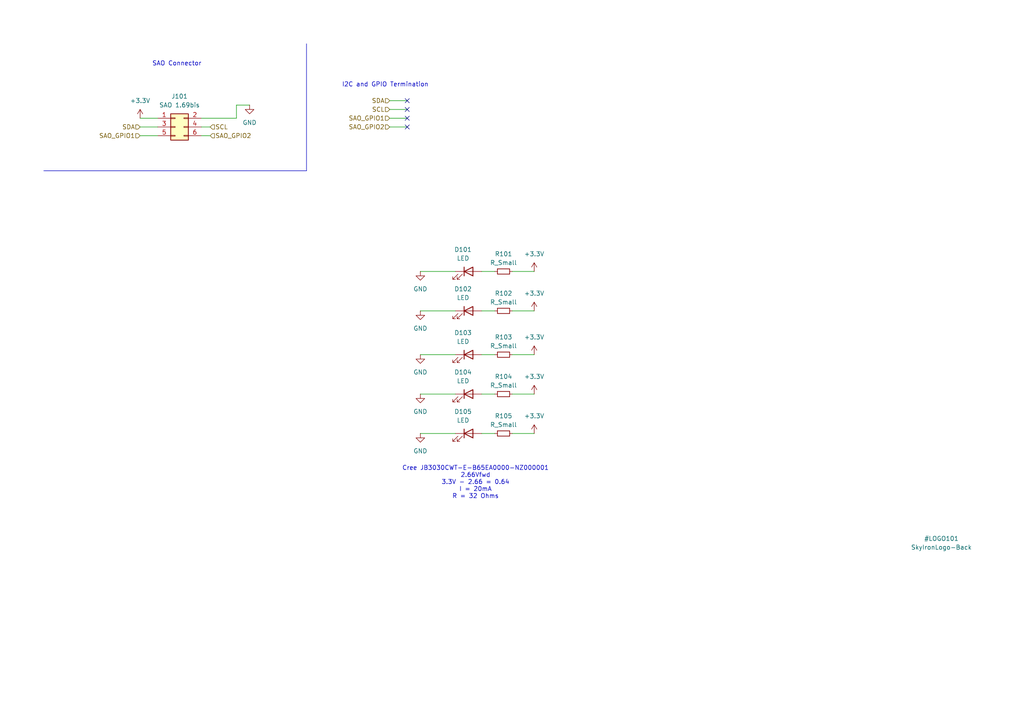
<source format=kicad_sch>
(kicad_sch (version 20231120) (generator "eeschema") (generator_version "8.0")
  (paper "A4")
  (title_block (title "Eclipse SAO") (date "2024-10-17") (rev "1") (company "AB4EN - Sky Iron Studio") (comment 1 "2024 Hackaday Supercon SAO"))
  (lib_symbols
    (symbol "BVH_Logos:SkyIronLogo-Back"
      (property "Reference" "#LOGO" (at 0 -2.54 0))
      (property "Value" "SkyIronLogo-Back" (at 0 0 0))
    )
    (symbol "Connector_Generic:Conn_02x03_Odd_Even" (pin_names (offset 1.016) hide)
      (property "Reference" "J" (at 1.27 5.08 0))
      (property "Value" "Conn_02x03_Odd_Even" (at 1.27 -5.08 0))
      (symbol "Conn_02x03_Odd_Even_1_1"
        (rectangle (start -1.27 -2.413) (end 0 -2.667) (stroke (width 0.1524)))
        (rectangle (start -1.27 0.127) (end 0 -0.127) (stroke (width 0.1524)))
        (rectangle (start -1.27 2.667) (end 0 2.413) (stroke (width 0.1524)))
        (rectangle (start -1.27 3.81) (end 3.81 -3.81) (stroke (width 0.254)) (fill (type background)))
        (rectangle (start 3.81 -2.413) (end 2.54 -2.667) (stroke (width 0.1524)))
        (rectangle (start 3.81 0.127) (end 2.54 -0.127) (stroke (width 0.1524)))
        (rectangle (start 3.81 2.667) (end 2.54 2.413) (stroke (width 0.1524)))
        (pin passive line (at -5.08 2.54 0) (length 3.81) (name "Pin_1") (number "1"))
        (pin passive line (at 7.62 2.54 180) (length 3.81) (name "Pin_2") (number "2"))
        (pin passive line (at -5.08 0 0) (length 3.81) (name "Pin_3") (number "3"))
        (pin passive line (at 7.62 0 180) (length 3.81) (name "Pin_4") (number "4"))
        (pin passive line (at -5.08 -2.54 0) (length 3.81) (name "Pin_5") (number "5"))
        (pin passive line (at 7.62 -2.54 180) (length 3.81) (name "Pin_6") (number "6"))
      )
    )
    (symbol "Device:LED" (pin_numbers hide) (pin_names (offset 1.016) hide)
      (property "Reference" "D" (at 0 2.54 0))
      (property "Value" "LED" (at 0 -2.54 0))
      (symbol "LED_0_1"
        (polyline (pts (xy -1.27 -1.27) (xy -1.27 1.27)) (stroke (width 0.254)))
        (polyline (pts (xy -1.27 0) (xy 1.27 0)))
        (polyline (pts (xy 1.27 -1.27) (xy 1.27 1.27) (xy -1.27 0) (xy 1.27 -1.27)) (stroke (width 0.254)))
        (polyline (pts (xy -3.048 -0.762) (xy -4.572 -2.286) (xy -3.81 -2.286) (xy -4.572 -2.286) (xy -4.572 -1.524)))
        (polyline (pts (xy -1.778 -0.762) (xy -3.302 -2.286) (xy -2.54 -2.286) (xy -3.302 -2.286) (xy -3.302 -1.524)))
      )
      (symbol "LED_1_1"
        (pin passive line (at -3.81 0 0) (length 2.54) (name "K") (number "1"))
        (pin passive line (at 3.81 0 180) (length 2.54) (name "A") (number "2"))
      )
    )
    (symbol "Device:R_Small" (pin_numbers hide) (pin_names (offset 0.254) hide)
      (property "Reference" "R" (at 0.762 0.508 0))
      (property "Value" "R_Small" (at 0.762 -1.016 0))
      (symbol "R_Small_0_1"
        (rectangle (start -0.762 1.778) (end 0.762 -1.778) (stroke (width 0.2032)))
      )
      (symbol "R_Small_1_1"
        (pin passive line (at 0 2.54 270) (length 0.762) (name "~") (number "1"))
        (pin passive line (at 0 -2.54 90) (length 0.762) (name "~") (number "2"))
      )
    )
    (symbol "power:+3.3V" (power) (pin_numbers hide) (pin_names (offset 0) hide)
      (property "Value" "+3.3V" (at 0 3.556 0))
      (symbol "+3.3V_0_1"
        (polyline (pts (xy -0.762 1.27) (xy 0 2.54)))
        (polyline (pts (xy 0 0) (xy 0 2.54)))
        (polyline (pts (xy 0 2.54) (xy 0.762 1.27)))
      )
      (symbol "+3.3V_1_1"
        (pin power_in line (at 0 0 90) (length 0) (name "~") (number "1"))
      )
    )
    (symbol "power:GND" (power) (pin_numbers hide) (pin_names (offset 0) hide)
      (property "Value" "GND" (at 0 -3.81 0))
      (symbol "GND_0_1"
        (polyline (pts (xy 0 0) (xy 0 -1.27) (xy 1.27 -1.27) (xy 0 -2.54) (xy -1.27 -1.27) (xy 0 -1.27)))
      )
      (symbol "GND_1_1"
        (pin power_in line (at 0 0 270) (length 0) (name "~") (number "1"))
      )
    )
  )
  (no_connect (at 118.11 29.21))
  (no_connect (at 118.11 31.75))
  (no_connect (at 118.11 36.83))
  (no_connect (at 118.11 34.29))
  (wire (pts (xy 121.92 90.17) (xy 132.08 90.17)))
  (wire (pts (xy 148.59 125.73) (xy 154.94 125.73)))
  (wire (pts (xy 58.42 36.83) (xy 60.96 36.83)))
  (wire (pts (xy 139.7 90.17) (xy 143.51 90.17)))
  (wire (pts (xy 121.92 102.87) (xy 132.08 102.87)))
  (wire (pts (xy 148.59 78.74) (xy 154.94 78.74)))
  (wire (pts (xy 121.92 78.74) (xy 132.08 78.74)))
  (wire (pts (xy 113.03 31.75) (xy 118.11 31.75)))
  (wire (pts (xy 139.7 102.87) (xy 143.51 102.87)))
  (polyline (pts (xy 12.7 49.53) (xy 88.9 49.53)))
  (wire (pts (xy 148.59 90.17) (xy 154.94 90.17)))
  (wire (pts (xy 148.59 102.87) (xy 154.94 102.87)))
  (wire (pts (xy 40.64 34.29) (xy 45.72 34.29)))
  (wire (pts (xy 139.7 125.73) (xy 143.51 125.73)))
  (wire (pts (xy 139.7 114.3) (xy 143.51 114.3)))
  (wire (pts (xy 40.64 36.83) (xy 45.72 36.83)))
  (wire (pts (xy 121.92 125.73) (xy 132.08 125.73)))
  (wire (pts (xy 68.58 30.48) (xy 72.39 30.48)))
  (wire (pts (xy 121.92 114.3) (xy 132.08 114.3)))
  (wire (pts (xy 148.59 114.3) (xy 154.94 114.3)))
  (wire (pts (xy 68.58 34.29) (xy 58.42 34.29)))
  (wire (pts (xy 113.03 36.83) (xy 118.11 36.83)))
  (wire (pts (xy 58.42 39.37) (xy 60.96 39.37)))
  (wire (pts (xy 139.7 78.74) (xy 143.51 78.74)))
  (wire (pts (xy 113.03 29.21) (xy 118.11 29.21)))
  (wire (pts (xy 40.64 39.37) (xy 45.72 39.37)))
  (wire (pts (xy 113.03 34.29) (xy 118.11 34.29)))
  (polyline (pts (xy 88.9 12.7) (xy 88.9 49.53)))
  (wire (pts (xy 68.58 30.48) (xy 68.58 34.29)))
  (text "SAO Connector" (at 51.308 18.542 0) (effects (font (size 1.27 1.27))))
  (text "I2C and GPIO Termination" (at 111.76 24.638 0) (effects (font (size 1.27 1.27))))
  (text "Cree JB3030CWT-E-B65EA0000-NZ000001\n2.66Vfwd\n3.3V - 2.66 = 0.64\nI = 20mA\nR = 32 Ohms" (at 137.922 139.954 0) (effects (font (size 1.27 1.27))))
  (hierarchical_label "SDA" (shape input) (at 40.64 36.83 180))
  (hierarchical_label "SAO_GPIO2" (shape input) (at 60.96 39.37 0))
  (hierarchical_label "SAO_GPIO1" (shape input) (at 40.64 39.37 180))
  (hierarchical_label "SCL" (shape input) (at 60.96 36.83 0))
  (hierarchical_label "SDA" (shape input) (at 113.03 29.21 180))
  (hierarchical_label "SAO_GPIO2" (shape input) (at 113.03 36.83 180))
  (hierarchical_label "SCL" (shape input) (at 113.03 31.75 180))
  (hierarchical_label "SAO_GPIO1" (shape input) (at 113.03 34.29 180))
  (symbol (lib_id "Device:R_Small") (at 146.05 125.73 270) (unit 1)
    (property "Reference" "R105" (at 146.05 120.65 90))
    (property "Value" "R_Small" (at 146.05 123.19 90))
    (property "Footprint" "Resistor_SMD:R_0805_2012Metric" (effects (hide yes)))
    (property "Description" "Resistor, small symbol" (effects (hide yes)))
  )
  (symbol (lib_id "power:+3.3V") (at 40.64 34.29 0) (unit 1)
    (property "Reference" "#PWR0102" (effects (hide yes)))
    (property "Value" "+3.3V" (at 40.64 29.21 0))
    (property "Description" "Power symbol creates a global label with name \"+3.3V\"" (effects (hide yes)))
  )
  (symbol (lib_id "power:GND") (at 121.92 78.74 0) (unit 1)
    (property "Reference" "#PWR0103" (effects (hide yes)))
    (property "Value" "GND" (at 121.92 83.82 0))
    (property "Description" "Power symbol creates a global label with name \"GND\" , ground" (effects (hide yes)))
  )
  (symbol (lib_id "Device:LED") (at 135.89 90.17 0) (unit 1)
    (property "Reference" "D102" (at 134.3025 83.82 0))
    (property "Value" "LED" (at 134.3025 86.36 0))
    (property "Footprint" "BVH_LED:LTW-008ZDCG" (effects (hide yes)))
    (property "Description" "Light emitting diode" (effects (hide yes)))
  )
  (symbol (lib_id "Device:R_Small") (at 146.05 90.17 270) (unit 1)
    (property "Reference" "R102" (at 146.05 85.09 90))
    (property "Value" "R_Small" (at 146.05 87.63 90))
    (property "Footprint" "Resistor_SMD:R_0805_2012Metric" (effects (hide yes)))
    (property "Description" "Resistor, small symbol" (effects (hide yes)))
  )
  (symbol (lib_id "power:GND") (at 72.39 30.48 0) (unit 1)
    (property "Reference" "#PWR0101" (effects (hide yes)))
    (property "Value" "GND" (at 72.39 35.56 0))
    (property "Description" "Power symbol creates a global label with name \"GND\" , ground" (effects (hide yes)))
  )
  (symbol (lib_id "power:+3.3V") (at 154.94 90.17 0) (unit 1)
    (property "Reference" "#PWR0106" (effects (hide yes)))
    (property "Value" "+3.3V" (at 154.94 85.09 0))
    (property "Description" "Power symbol creates a global label with name \"+3.3V\"" (effects (hide yes)))
  )
  (symbol (lib_id "BVH_Logos:SkyIronLogo-Back") (at 273.05 161.29 0) (unit 1)
    (property "Reference" "#LOGO101" (at 273.05 156.21 0))
    (property "Value" "SkyIronLogo-Back" (at 273.05 158.75 0))
    (property "Footprint" "BVH_Logos:SkyIron_logo_Back" (effects (hide yes)))
  )
  (symbol (lib_id "power:+3.3V") (at 154.94 78.74 0) (unit 1)
    (property "Reference" "#PWR0104" (effects (hide yes)))
    (property "Value" "+3.3V" (at 154.94 73.66 0))
    (property "Description" "Power symbol creates a global label with name \"+3.3V\"" (effects (hide yes)))
  )
  (symbol (lib_id "Device:R_Small") (at 146.05 78.74 270) (unit 1)
    (property "Reference" "R101" (at 146.05 73.66 90))
    (property "Value" "R_Small" (at 146.05 76.2 90))
    (property "Footprint" "Resistor_SMD:R_0805_2012Metric" (effects (hide yes)))
    (property "Description" "Resistor, small symbol" (effects (hide yes)))
  )
  (symbol (lib_id "Device:R_Small") (at 146.05 114.3 270) (unit 1)
    (property "Reference" "R104" (at 146.05 109.22 90))
    (property "Value" "R_Small" (at 146.05 111.76 90))
    (property "Footprint" "Resistor_SMD:R_0805_2012Metric" (effects (hide yes)))
    (property "Description" "Resistor, small symbol" (effects (hide yes)))
  )
  (symbol (lib_id "Device:LED") (at 135.89 78.74 0) (unit 1)
    (property "Reference" "D101" (at 134.3025 72.39 0))
    (property "Value" "LED" (at 134.3025 74.93 0))
    (property "Footprint" "BVH_LED:LTW-008ZDCG" (effects (hide yes)))
    (property "Description" "Light emitting diode" (effects (hide yes)))
  )
  (symbol (lib_id "Device:LED") (at 135.89 102.87 0) (unit 1)
    (property "Reference" "D103" (at 134.3025 96.52 0))
    (property "Value" "LED" (at 134.3025 99.06 0))
    (property "Footprint" "BVH_LED:LTW-008ZDCG" (effects (hide yes)))
    (property "Description" "Light emitting diode" (effects (hide yes)))
  )
  (symbol (lib_id "Device:R_Small") (at 146.05 102.87 270) (unit 1)
    (property "Reference" "R103" (at 146.05 97.79 90))
    (property "Value" "R_Small" (at 146.05 100.33 90))
    (property "Footprint" "Resistor_SMD:R_0805_2012Metric" (effects (hide yes)))
    (property "Description" "Resistor, small symbol" (effects (hide yes)))
  )
  (symbol (lib_id "power:+3.3V") (at 154.94 102.87 0) (unit 1)
    (property "Reference" "#PWR0108" (effects (hide yes)))
    (property "Value" "+3.3V" (at 154.94 97.79 0))
    (property "Description" "Power symbol creates a global label with name \"+3.3V\"" (effects (hide yes)))
  )
  (symbol (lib_id "power:GND") (at 121.92 90.17 0) (unit 1)
    (property "Reference" "#PWR0105" (effects (hide yes)))
    (property "Value" "GND" (at 121.92 95.25 0))
    (property "Description" "Power symbol creates a global label with name \"GND\" , ground" (effects (hide yes)))
  )
  (symbol (lib_id "power:GND") (at 121.92 114.3 0) (unit 1)
    (property "Reference" "#PWR0109" (effects (hide yes)))
    (property "Value" "GND" (at 121.92 119.38 0))
    (property "Description" "Power symbol creates a global label with name \"GND\" , ground" (effects (hide yes)))
  )
  (symbol (lib_id "Connector_Generic:Conn_02x03_Odd_Even") (at 50.8 36.83 0) (unit 1)
    (property "Reference" "J101" (at 52.07 27.94 0))
    (property "Value" "SAO 1.69bis" (at 52.07 30.48 0))
    (property "Footprint" "Connector_IDC:IDC-Header_2x03_P2.54mm_Vertical" (effects (hide yes)))
    (property "Description" "Generic connector, double row, 02x03, odd/even pin numbering scheme (row 1 odd numbers, row 2 even numbers), script generated (kicad-library-utils/schlib/autogen/connector/)" (effects (hide yes)))
  )
  (symbol (lib_id "power:+3.3V") (at 154.94 114.3 0) (unit 1)
    (property "Reference" "#PWR0110" (effects (hide yes)))
    (property "Value" "+3.3V" (at 154.94 109.22 0))
    (property "Description" "Power symbol creates a global label with name \"+3.3V\"" (effects (hide yes)))
  )
  (symbol (lib_id "Device:LED") (at 135.89 114.3 0) (unit 1)
    (property "Reference" "D104" (at 134.3025 107.95 0))
    (property "Value" "LED" (at 134.3025 110.49 0))
    (property "Footprint" "BVH_LED:LTW-008ZDCG" (effects (hide yes)))
    (property "Description" "Light emitting diode" (effects (hide yes)))
  )
  (symbol (lib_id "power:GND") (at 121.92 102.87 0) (unit 1)
    (property "Reference" "#PWR0107" (effects (hide yes)))
    (property "Value" "GND" (at 121.92 107.95 0))
    (property "Description" "Power symbol creates a global label with name \"GND\" , ground" (effects (hide yes)))
  )
  (symbol (lib_id "power:+3.3V") (at 154.94 125.73 0) (unit 1)
    (property "Reference" "#PWR0112" (effects (hide yes)))
    (property "Value" "+3.3V" (at 154.94 120.65 0))
    (property "Description" "Power symbol creates a global label with name \"+3.3V\"" (effects (hide yes)))
  )
  (symbol (lib_id "Device:LED") (at 135.89 125.73 0) (unit 1)
    (property "Reference" "D105" (at 134.3025 119.38 0))
    (property "Value" "LED" (at 134.3025 121.92 0))
    (property "Footprint" "BVH_LED:JB3030C" (effects (hide yes)))
    (property "Description" "Light emitting diode" (effects (hide yes)))
  )
  (symbol (lib_id "power:GND") (at 121.92 125.73 0) (unit 1)
    (property "Reference" "#PWR0111" (effects (hide yes)))
    (property "Value" "GND" (at 121.92 130.81 0))
    (property "Description" "Power symbol creates a global label with name \"GND\" , ground" (effects (hide yes)))
  )
)
</source>
